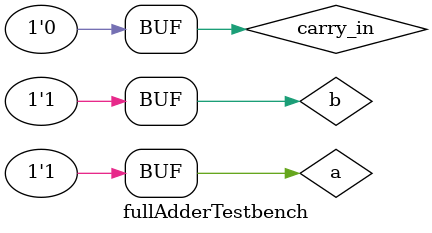
<source format=v>
module fullAdderTestbench;

// input and output test signals
reg a, b, carry_in;

wire carry_out, sum;

// creating the instance of the module we want to test
full_adder fa(a, b, carry_in, sum, carry_out);

initial
begin
a = 1'b0;
b = 1'b1;
carry_in = 1'b0;
#5; // pause (5 units of delay )
carry_in = 1'b1;
#5;
a = 1'b1;
b = 1'b0;
#5;
carry_in = 1'b0;
#5
a = 1'b0;
b = 1'b0;
#5
carry_in = 1'b1;
#5
a = 1'b1;
b = 1'b1;
#5;
carry_in = 1'b0;
end

// print signal values on every change
initial
$monitor("a= %b b = %b carry_in = %b sum = %b carry_out = %b", a, b, carry_in, sum, carry_out);

initial
$dumpvars;

endmodule

</source>
